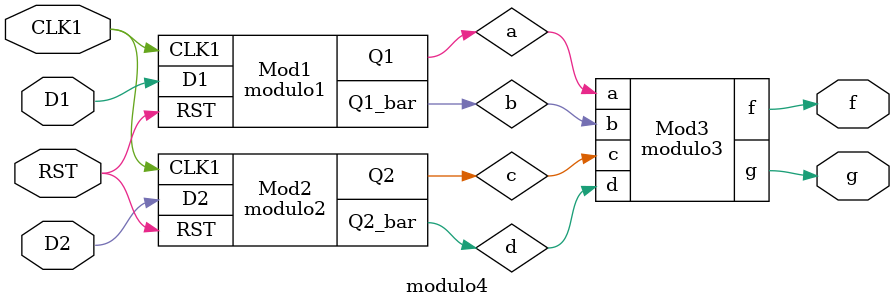
<source format=v>
module modulo1 (
    input CLK1, RST,
    input D1,
    output reg Q1, Q1_bar
);
    
    always @(posedge CLK1) begin
        if (RST) begin
            Q1 <= 0;
        end
        else begin
            Q1 <= D1;
            Q1_bar <= ~D1;
        end
    end

endmodule

module modulo2 (
    input CLK1, RST,
    input D2,
    output reg Q2, Q2_bar
);
    
    always @(posedge CLK1) begin
        if (RST) begin
            Q2 <= 0;
        end
        else begin
            Q2 <= D2;
            Q2_bar <= ~D2;
        end
    end

endmodule

module modulo3 (
    input a, b, c, d,
    output reg f, g
);

    always @(*) begin
        f <= a && c;
        g <= b || d;
    end
    
endmodule

module modulo4 (
    input D1, D2, CLK1, RST,
    output wire f, g
);

    wire a, b, c, d;
    
    // always @(posedge CLK1) begin

        modulo1 Mod1 (
            .CLK1(CLK1),
            .RST(RST),
            .D1(D1),
            .Q1(a),
            .Q1_bar(b)
        );


        modulo2 Mod2 (
            .CLK1(CLK1),
            .RST(RST),
            .D2(D2),
            .Q2(c),
            .Q2_bar(d)
        );

        modulo3 Mod3 (
            .a(a),
            .b(b),
            .c(c),
            .d(d),
            .f(f),
            .g(g)
        );

    // end

endmodule
</source>
